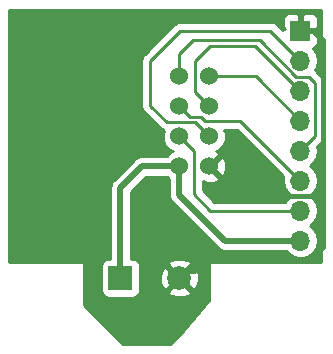
<source format=gtl>
G04 #@! TF.GenerationSoftware,KiCad,Pcbnew,(5.0.1-3-g963ef8bb5)*
G04 #@! TF.CreationDate,2018-11-22T11:29:30+08:00*
G04 #@! TF.ProjectId,nRF24-breakout,6E524632342D627265616B6F75742E6B,1.0*
G04 #@! TF.SameCoordinates,Original*
G04 #@! TF.FileFunction,Copper,L1,Top,Signal*
G04 #@! TF.FilePolarity,Positive*
%FSLAX46Y46*%
G04 Gerber Fmt 4.6, Leading zero omitted, Abs format (unit mm)*
G04 Created by KiCad (PCBNEW (5.0.1-3-g963ef8bb5)) date 2018 November 22, Thursday 11:29:30*
%MOMM*%
%LPD*%
G01*
G04 APERTURE LIST*
G04 #@! TA.AperFunction,ComponentPad*
%ADD10R,1.700000X1.700000*%
G04 #@! TD*
G04 #@! TA.AperFunction,ComponentPad*
%ADD11O,1.700000X1.700000*%
G04 #@! TD*
G04 #@! TA.AperFunction,ComponentPad*
%ADD12C,1.524000*%
G04 #@! TD*
G04 #@! TA.AperFunction,ComponentPad*
%ADD13R,2.000000X2.000000*%
G04 #@! TD*
G04 #@! TA.AperFunction,ComponentPad*
%ADD14C,2.000000*%
G04 #@! TD*
G04 #@! TA.AperFunction,Conductor*
%ADD15C,0.250000*%
G04 #@! TD*
G04 #@! TA.AperFunction,Conductor*
%ADD16C,0.508000*%
G04 #@! TD*
G04 #@! TA.AperFunction,Conductor*
%ADD17C,0.381000*%
G04 #@! TD*
G04 #@! TA.AperFunction,Conductor*
%ADD18C,0.254000*%
G04 #@! TD*
G04 APERTURE END LIST*
D10*
G04 #@! TO.P,J1,1*
G04 #@! TO.N,Net-(C1-Pad2)*
X170180000Y-88900000D03*
D11*
G04 #@! TO.P,J1,2*
G04 #@! TO.N,Net-(J1-Pad2)*
X170180000Y-91440000D03*
G04 #@! TO.P,J1,3*
G04 #@! TO.N,Net-(J1-Pad3)*
X170180000Y-93980000D03*
G04 #@! TO.P,J1,4*
G04 #@! TO.N,Net-(J1-Pad4)*
X170180000Y-96520000D03*
G04 #@! TO.P,J1,5*
G04 #@! TO.N,Net-(J1-Pad5)*
X170180000Y-99060000D03*
G04 #@! TO.P,J1,6*
G04 #@! TO.N,Net-(J1-Pad6)*
X170180000Y-101600000D03*
G04 #@! TO.P,J1,7*
G04 #@! TO.N,Net-(J1-Pad7)*
X170180000Y-104140000D03*
G04 #@! TO.P,J1,8*
G04 #@! TO.N,Net-(C1-Pad1)*
X170180000Y-106680000D03*
G04 #@! TD*
D12*
G04 #@! TO.P,U1,1*
G04 #@! TO.N,Net-(J1-Pad2)*
X162475001Y-97865001D03*
G04 #@! TO.P,U1,2*
G04 #@! TO.N,Net-(J1-Pad3)*
X162475001Y-95325001D03*
G04 #@! TO.P,U1,3*
G04 #@! TO.N,Net-(J1-Pad4)*
X162475001Y-92785001D03*
G04 #@! TO.P,U1,4*
G04 #@! TO.N,Net-(J1-Pad5)*
X159935001Y-92785001D03*
G04 #@! TO.P,U1,5*
G04 #@! TO.N,Net-(J1-Pad6)*
X159935001Y-95325001D03*
G04 #@! TO.P,U1,6*
G04 #@! TO.N,Net-(J1-Pad7)*
X159935001Y-97865001D03*
G04 #@! TO.P,U1,7*
G04 #@! TO.N,Net-(C1-Pad1)*
X159935001Y-100405001D03*
G04 #@! TO.P,U1,0*
G04 #@! TO.N,Net-(C1-Pad2)*
X162475001Y-100405001D03*
G04 #@! TD*
D13*
G04 #@! TO.P,C1,1*
G04 #@! TO.N,Net-(C1-Pad1)*
X154940000Y-109855000D03*
D14*
G04 #@! TO.P,C1,2*
G04 #@! TO.N,Net-(C1-Pad2)*
X159940000Y-109855000D03*
G04 #@! TD*
D15*
G04 #@! TO.N,Net-(J1-Pad2)*
X167640000Y-88900000D02*
X170180000Y-91440000D01*
X160020000Y-88900000D02*
X167640000Y-88900000D01*
X158910000Y-96680000D02*
X157480000Y-95250000D01*
X161290000Y-96680000D02*
X158910000Y-96680000D01*
X157480000Y-91440000D02*
X160020000Y-88900000D01*
X157480000Y-95250000D02*
X157480000Y-91440000D01*
X162475001Y-97865001D02*
X161290000Y-96680000D01*
G04 #@! TO.N,Net-(J1-Pad3)*
X162475001Y-95325001D02*
X161290000Y-94140000D01*
X161290000Y-94140000D02*
X161290000Y-91440000D01*
X161290000Y-91440000D02*
X162560000Y-90170000D01*
X162560000Y-90170000D02*
X166370000Y-90170000D01*
X166370000Y-90170000D02*
X170180000Y-93980000D01*
G04 #@! TO.N,Net-(J1-Pad4)*
X166445001Y-92785001D02*
X170180000Y-96520000D01*
X162475001Y-92785001D02*
X166445001Y-92785001D01*
G04 #@! TO.N,Net-(J1-Pad5)*
X159935001Y-92785001D02*
X159935001Y-90889999D01*
X169805997Y-92804999D02*
X170909999Y-92804999D01*
X166720989Y-89719991D02*
X169805997Y-92804999D01*
X161105009Y-89719991D02*
X166720989Y-89719991D01*
X159935001Y-90889999D02*
X161105009Y-89719991D01*
X170909999Y-92804999D02*
X171450000Y-93345000D01*
X171450000Y-97790000D02*
X170180000Y-99060000D01*
X171450000Y-93345000D02*
X171450000Y-97790000D01*
G04 #@! TO.N,Net-(J1-Pad6)*
X159935001Y-95325001D02*
X160839990Y-96229990D01*
X161771228Y-96229990D02*
X162061238Y-96520000D01*
X160839990Y-96229990D02*
X161771228Y-96229990D01*
X165100000Y-96520000D02*
X170180000Y-101600000D01*
X162061238Y-96520000D02*
X165100000Y-96520000D01*
G04 #@! TO.N,Net-(J1-Pad7)*
X159935001Y-97865001D02*
X161130000Y-99060000D01*
X161130000Y-99060000D02*
X161130000Y-102710000D01*
X162560000Y-104140000D02*
X170180000Y-104140000D01*
X161130000Y-102710000D02*
X162560000Y-104140000D01*
D16*
G04 #@! TO.N,Net-(C1-Pad1)*
X163830000Y-106680000D02*
X159935001Y-102785001D01*
X159935001Y-102785001D02*
X159935001Y-100405001D01*
X170180000Y-106680000D02*
X163830000Y-106680000D01*
X154940000Y-102235000D02*
X156769999Y-100405001D01*
X156769999Y-100405001D02*
X159935001Y-100405001D01*
X154940000Y-109855000D02*
X154940000Y-102235000D01*
D17*
G04 #@! TO.N,Net-(C1-Pad2)*
X171280000Y-88900000D02*
X170180000Y-88900000D01*
X164940000Y-102870000D02*
X171450000Y-102870000D01*
X172085000Y-102235000D02*
X172085000Y-89705000D01*
X171450000Y-102870000D02*
X172085000Y-102235000D01*
X172085000Y-89705000D02*
X171280000Y-88900000D01*
X162475001Y-100405001D02*
X164940000Y-102870000D01*
X162169999Y-108220001D02*
X171085001Y-108220001D01*
X161170000Y-109220000D02*
X162169999Y-108220001D01*
X172085000Y-107220002D02*
X172085000Y-102235000D01*
X171085001Y-108220001D02*
X172085000Y-107220002D01*
D15*
X160575000Y-109220000D02*
X159940000Y-109855000D01*
D17*
X161170000Y-109220000D02*
X160575000Y-109220000D01*
G04 #@! TD*
D18*
G04 #@! TO.N,Net-(C1-Pad2)*
G36*
X171958000Y-92770391D02*
X171934473Y-92754671D01*
X171500330Y-92320529D01*
X171457928Y-92257070D01*
X171431738Y-92239570D01*
X171578839Y-92019418D01*
X171694092Y-91440000D01*
X171578839Y-90860582D01*
X171250625Y-90369375D01*
X171228967Y-90354904D01*
X171389698Y-90288327D01*
X171568327Y-90109699D01*
X171665000Y-89876310D01*
X171665000Y-89185750D01*
X171506250Y-89027000D01*
X170307000Y-89027000D01*
X170307000Y-89047000D01*
X170053000Y-89047000D01*
X170053000Y-89027000D01*
X170033000Y-89027000D01*
X170033000Y-88773000D01*
X170053000Y-88773000D01*
X170053000Y-87573750D01*
X170307000Y-87573750D01*
X170307000Y-88773000D01*
X171506250Y-88773000D01*
X171665000Y-88614250D01*
X171665000Y-87923690D01*
X171568327Y-87690301D01*
X171389698Y-87511673D01*
X171156309Y-87415000D01*
X170465750Y-87415000D01*
X170307000Y-87573750D01*
X170053000Y-87573750D01*
X169894250Y-87415000D01*
X169203691Y-87415000D01*
X168970302Y-87511673D01*
X168791673Y-87690301D01*
X168695000Y-87923690D01*
X168695000Y-88614250D01*
X168853748Y-88772998D01*
X168695000Y-88772998D01*
X168695000Y-88880198D01*
X168230331Y-88415530D01*
X168187929Y-88352071D01*
X167936537Y-88184096D01*
X167714852Y-88140000D01*
X167714847Y-88140000D01*
X167640000Y-88125112D01*
X167565153Y-88140000D01*
X160094846Y-88140000D01*
X160019999Y-88125112D01*
X159945152Y-88140000D01*
X159945148Y-88140000D01*
X159723463Y-88184096D01*
X159723461Y-88184097D01*
X159723462Y-88184097D01*
X159535526Y-88309671D01*
X159535524Y-88309673D01*
X159472071Y-88352071D01*
X159429673Y-88415524D01*
X156995528Y-90849671D01*
X156932072Y-90892071D01*
X156889673Y-90955526D01*
X156889671Y-90955528D01*
X156764097Y-91143463D01*
X156705112Y-91440000D01*
X156720001Y-91514852D01*
X156720000Y-95175153D01*
X156705112Y-95250000D01*
X156720000Y-95324847D01*
X156720000Y-95324851D01*
X156764096Y-95546536D01*
X156932071Y-95797929D01*
X156995530Y-95840331D01*
X158319673Y-97164476D01*
X158362071Y-97227929D01*
X158425524Y-97270327D01*
X158425526Y-97270329D01*
X158550902Y-97354102D01*
X158613463Y-97395904D01*
X158616920Y-97396592D01*
X158538001Y-97587120D01*
X158538001Y-98142882D01*
X158750681Y-98656338D01*
X159143664Y-99049321D01*
X159350514Y-99135001D01*
X159143664Y-99220681D01*
X158848344Y-99516001D01*
X156857549Y-99516001D01*
X156769998Y-99498586D01*
X156682447Y-99516001D01*
X156682443Y-99516001D01*
X156423129Y-99567582D01*
X156129066Y-99764068D01*
X156079470Y-99838294D01*
X154373294Y-101544471D01*
X154299068Y-101594067D01*
X154249472Y-101668293D01*
X154249471Y-101668294D01*
X154102582Y-101888130D01*
X154033584Y-102235000D01*
X154051001Y-102322559D01*
X154051000Y-108207560D01*
X153940000Y-108207560D01*
X153692235Y-108256843D01*
X153482191Y-108397191D01*
X153341843Y-108607235D01*
X153292560Y-108855000D01*
X153292560Y-110855000D01*
X153341843Y-111102765D01*
X153482191Y-111312809D01*
X153692235Y-111453157D01*
X153940000Y-111502440D01*
X155940000Y-111502440D01*
X156187765Y-111453157D01*
X156397809Y-111312809D01*
X156538157Y-111102765D01*
X156557099Y-111007532D01*
X158967073Y-111007532D01*
X159065736Y-111274387D01*
X159675461Y-111500908D01*
X160325460Y-111476856D01*
X160814264Y-111274387D01*
X160912927Y-111007532D01*
X159940000Y-110034605D01*
X158967073Y-111007532D01*
X156557099Y-111007532D01*
X156587440Y-110855000D01*
X156587440Y-109590461D01*
X158294092Y-109590461D01*
X158318144Y-110240460D01*
X158520613Y-110729264D01*
X158787468Y-110827927D01*
X159760395Y-109855000D01*
X160119605Y-109855000D01*
X161092532Y-110827927D01*
X161359387Y-110729264D01*
X161585908Y-110119539D01*
X161561856Y-109469540D01*
X161359387Y-108980736D01*
X161092532Y-108882073D01*
X160119605Y-109855000D01*
X159760395Y-109855000D01*
X158787468Y-108882073D01*
X158520613Y-108980736D01*
X158294092Y-109590461D01*
X156587440Y-109590461D01*
X156587440Y-108855000D01*
X156557100Y-108702468D01*
X158967073Y-108702468D01*
X159940000Y-109675395D01*
X160912927Y-108702468D01*
X160814264Y-108435613D01*
X160204539Y-108209092D01*
X159554540Y-108233144D01*
X159065736Y-108435613D01*
X158967073Y-108702468D01*
X156557100Y-108702468D01*
X156538157Y-108607235D01*
X156397809Y-108397191D01*
X156187765Y-108256843D01*
X155940000Y-108207560D01*
X155829000Y-108207560D01*
X155829000Y-102603235D01*
X157138235Y-101294001D01*
X158848344Y-101294001D01*
X159046002Y-101491659D01*
X159046001Y-102697446D01*
X159028585Y-102785001D01*
X159046001Y-102872556D01*
X159097582Y-103131870D01*
X159294068Y-103425934D01*
X159368297Y-103475532D01*
X163139471Y-107246707D01*
X163189067Y-107320933D01*
X163483130Y-107517419D01*
X163742444Y-107569000D01*
X163742448Y-107569000D01*
X163829999Y-107586415D01*
X163917550Y-107569000D01*
X168988017Y-107569000D01*
X169109375Y-107750625D01*
X169600582Y-108078839D01*
X170033744Y-108165000D01*
X170326256Y-108165000D01*
X170759418Y-108078839D01*
X171250625Y-107750625D01*
X171578839Y-107259418D01*
X171694092Y-106680000D01*
X171578839Y-106100582D01*
X171250625Y-105609375D01*
X170952239Y-105410000D01*
X171250625Y-105210625D01*
X171578839Y-104719418D01*
X171694092Y-104140000D01*
X171578839Y-103560582D01*
X171250625Y-103069375D01*
X170952239Y-102870000D01*
X171250625Y-102670625D01*
X171578839Y-102179418D01*
X171694092Y-101600000D01*
X171578839Y-101020582D01*
X171250625Y-100529375D01*
X170952239Y-100330000D01*
X171250625Y-100130625D01*
X171578839Y-99639418D01*
X171694092Y-99060000D01*
X171621209Y-98693592D01*
X171934473Y-98380329D01*
X171958000Y-98364609D01*
X171958000Y-108458000D01*
X162560000Y-108458000D01*
X162511399Y-108467667D01*
X162470197Y-108495197D01*
X162442667Y-108536399D01*
X162433000Y-108585000D01*
X162433000Y-111714020D01*
X160238555Y-114347355D01*
X159142910Y-115443000D01*
X155182091Y-115443000D01*
X154221492Y-114482402D01*
X154221490Y-114482399D01*
X151892000Y-112152910D01*
X151892000Y-108585000D01*
X151882333Y-108536399D01*
X151854803Y-108495197D01*
X151813601Y-108467667D01*
X151765000Y-108458000D01*
X145542000Y-108458000D01*
X145542000Y-87122000D01*
X171958000Y-87122000D01*
X171958000Y-92770391D01*
X171958000Y-92770391D01*
G37*
X171958000Y-92770391D02*
X171934473Y-92754671D01*
X171500330Y-92320529D01*
X171457928Y-92257070D01*
X171431738Y-92239570D01*
X171578839Y-92019418D01*
X171694092Y-91440000D01*
X171578839Y-90860582D01*
X171250625Y-90369375D01*
X171228967Y-90354904D01*
X171389698Y-90288327D01*
X171568327Y-90109699D01*
X171665000Y-89876310D01*
X171665000Y-89185750D01*
X171506250Y-89027000D01*
X170307000Y-89027000D01*
X170307000Y-89047000D01*
X170053000Y-89047000D01*
X170053000Y-89027000D01*
X170033000Y-89027000D01*
X170033000Y-88773000D01*
X170053000Y-88773000D01*
X170053000Y-87573750D01*
X170307000Y-87573750D01*
X170307000Y-88773000D01*
X171506250Y-88773000D01*
X171665000Y-88614250D01*
X171665000Y-87923690D01*
X171568327Y-87690301D01*
X171389698Y-87511673D01*
X171156309Y-87415000D01*
X170465750Y-87415000D01*
X170307000Y-87573750D01*
X170053000Y-87573750D01*
X169894250Y-87415000D01*
X169203691Y-87415000D01*
X168970302Y-87511673D01*
X168791673Y-87690301D01*
X168695000Y-87923690D01*
X168695000Y-88614250D01*
X168853748Y-88772998D01*
X168695000Y-88772998D01*
X168695000Y-88880198D01*
X168230331Y-88415530D01*
X168187929Y-88352071D01*
X167936537Y-88184096D01*
X167714852Y-88140000D01*
X167714847Y-88140000D01*
X167640000Y-88125112D01*
X167565153Y-88140000D01*
X160094846Y-88140000D01*
X160019999Y-88125112D01*
X159945152Y-88140000D01*
X159945148Y-88140000D01*
X159723463Y-88184096D01*
X159723461Y-88184097D01*
X159723462Y-88184097D01*
X159535526Y-88309671D01*
X159535524Y-88309673D01*
X159472071Y-88352071D01*
X159429673Y-88415524D01*
X156995528Y-90849671D01*
X156932072Y-90892071D01*
X156889673Y-90955526D01*
X156889671Y-90955528D01*
X156764097Y-91143463D01*
X156705112Y-91440000D01*
X156720001Y-91514852D01*
X156720000Y-95175153D01*
X156705112Y-95250000D01*
X156720000Y-95324847D01*
X156720000Y-95324851D01*
X156764096Y-95546536D01*
X156932071Y-95797929D01*
X156995530Y-95840331D01*
X158319673Y-97164476D01*
X158362071Y-97227929D01*
X158425524Y-97270327D01*
X158425526Y-97270329D01*
X158550902Y-97354102D01*
X158613463Y-97395904D01*
X158616920Y-97396592D01*
X158538001Y-97587120D01*
X158538001Y-98142882D01*
X158750681Y-98656338D01*
X159143664Y-99049321D01*
X159350514Y-99135001D01*
X159143664Y-99220681D01*
X158848344Y-99516001D01*
X156857549Y-99516001D01*
X156769998Y-99498586D01*
X156682447Y-99516001D01*
X156682443Y-99516001D01*
X156423129Y-99567582D01*
X156129066Y-99764068D01*
X156079470Y-99838294D01*
X154373294Y-101544471D01*
X154299068Y-101594067D01*
X154249472Y-101668293D01*
X154249471Y-101668294D01*
X154102582Y-101888130D01*
X154033584Y-102235000D01*
X154051001Y-102322559D01*
X154051000Y-108207560D01*
X153940000Y-108207560D01*
X153692235Y-108256843D01*
X153482191Y-108397191D01*
X153341843Y-108607235D01*
X153292560Y-108855000D01*
X153292560Y-110855000D01*
X153341843Y-111102765D01*
X153482191Y-111312809D01*
X153692235Y-111453157D01*
X153940000Y-111502440D01*
X155940000Y-111502440D01*
X156187765Y-111453157D01*
X156397809Y-111312809D01*
X156538157Y-111102765D01*
X156557099Y-111007532D01*
X158967073Y-111007532D01*
X159065736Y-111274387D01*
X159675461Y-111500908D01*
X160325460Y-111476856D01*
X160814264Y-111274387D01*
X160912927Y-111007532D01*
X159940000Y-110034605D01*
X158967073Y-111007532D01*
X156557099Y-111007532D01*
X156587440Y-110855000D01*
X156587440Y-109590461D01*
X158294092Y-109590461D01*
X158318144Y-110240460D01*
X158520613Y-110729264D01*
X158787468Y-110827927D01*
X159760395Y-109855000D01*
X160119605Y-109855000D01*
X161092532Y-110827927D01*
X161359387Y-110729264D01*
X161585908Y-110119539D01*
X161561856Y-109469540D01*
X161359387Y-108980736D01*
X161092532Y-108882073D01*
X160119605Y-109855000D01*
X159760395Y-109855000D01*
X158787468Y-108882073D01*
X158520613Y-108980736D01*
X158294092Y-109590461D01*
X156587440Y-109590461D01*
X156587440Y-108855000D01*
X156557100Y-108702468D01*
X158967073Y-108702468D01*
X159940000Y-109675395D01*
X160912927Y-108702468D01*
X160814264Y-108435613D01*
X160204539Y-108209092D01*
X159554540Y-108233144D01*
X159065736Y-108435613D01*
X158967073Y-108702468D01*
X156557100Y-108702468D01*
X156538157Y-108607235D01*
X156397809Y-108397191D01*
X156187765Y-108256843D01*
X155940000Y-108207560D01*
X155829000Y-108207560D01*
X155829000Y-102603235D01*
X157138235Y-101294001D01*
X158848344Y-101294001D01*
X159046002Y-101491659D01*
X159046001Y-102697446D01*
X159028585Y-102785001D01*
X159046001Y-102872556D01*
X159097582Y-103131870D01*
X159294068Y-103425934D01*
X159368297Y-103475532D01*
X163139471Y-107246707D01*
X163189067Y-107320933D01*
X163483130Y-107517419D01*
X163742444Y-107569000D01*
X163742448Y-107569000D01*
X163829999Y-107586415D01*
X163917550Y-107569000D01*
X168988017Y-107569000D01*
X169109375Y-107750625D01*
X169600582Y-108078839D01*
X170033744Y-108165000D01*
X170326256Y-108165000D01*
X170759418Y-108078839D01*
X171250625Y-107750625D01*
X171578839Y-107259418D01*
X171694092Y-106680000D01*
X171578839Y-106100582D01*
X171250625Y-105609375D01*
X170952239Y-105410000D01*
X171250625Y-105210625D01*
X171578839Y-104719418D01*
X171694092Y-104140000D01*
X171578839Y-103560582D01*
X171250625Y-103069375D01*
X170952239Y-102870000D01*
X171250625Y-102670625D01*
X171578839Y-102179418D01*
X171694092Y-101600000D01*
X171578839Y-101020582D01*
X171250625Y-100529375D01*
X170952239Y-100330000D01*
X171250625Y-100130625D01*
X171578839Y-99639418D01*
X171694092Y-99060000D01*
X171621209Y-98693592D01*
X171934473Y-98380329D01*
X171958000Y-98364609D01*
X171958000Y-108458000D01*
X162560000Y-108458000D01*
X162511399Y-108467667D01*
X162470197Y-108495197D01*
X162442667Y-108536399D01*
X162433000Y-108585000D01*
X162433000Y-111714020D01*
X160238555Y-114347355D01*
X159142910Y-115443000D01*
X155182091Y-115443000D01*
X154221492Y-114482402D01*
X154221490Y-114482399D01*
X151892000Y-112152910D01*
X151892000Y-108585000D01*
X151882333Y-108536399D01*
X151854803Y-108495197D01*
X151813601Y-108467667D01*
X151765000Y-108458000D01*
X145542000Y-108458000D01*
X145542000Y-87122000D01*
X171958000Y-87122000D01*
X171958000Y-92770391D01*
G36*
X168738791Y-101233593D02*
X168665908Y-101600000D01*
X168781161Y-102179418D01*
X169109375Y-102670625D01*
X169407761Y-102870000D01*
X169109375Y-103069375D01*
X168901822Y-103380000D01*
X162874803Y-103380000D01*
X161890000Y-102395199D01*
X161890000Y-101679536D01*
X162267303Y-101814145D01*
X162822369Y-101786363D01*
X163206144Y-101627398D01*
X163275609Y-101385214D01*
X162475001Y-100584606D01*
X162460859Y-100598749D01*
X162281254Y-100419144D01*
X162295396Y-100405001D01*
X162654606Y-100405001D01*
X163455214Y-101205609D01*
X163697398Y-101136144D01*
X163884145Y-100612699D01*
X163856363Y-100057633D01*
X163697398Y-99673858D01*
X163455214Y-99604393D01*
X162654606Y-100405001D01*
X162295396Y-100405001D01*
X162281254Y-100390859D01*
X162460859Y-100211254D01*
X162475001Y-100225396D01*
X163275609Y-99424788D01*
X163206144Y-99182604D01*
X163065608Y-99132466D01*
X163266338Y-99049321D01*
X163659321Y-98656338D01*
X163872001Y-98142882D01*
X163872001Y-97587120D01*
X163744788Y-97280000D01*
X164785199Y-97280000D01*
X168738791Y-101233593D01*
X168738791Y-101233593D01*
G37*
X168738791Y-101233593D02*
X168665908Y-101600000D01*
X168781161Y-102179418D01*
X169109375Y-102670625D01*
X169407761Y-102870000D01*
X169109375Y-103069375D01*
X168901822Y-103380000D01*
X162874803Y-103380000D01*
X161890000Y-102395199D01*
X161890000Y-101679536D01*
X162267303Y-101814145D01*
X162822369Y-101786363D01*
X163206144Y-101627398D01*
X163275609Y-101385214D01*
X162475001Y-100584606D01*
X162460859Y-100598749D01*
X162281254Y-100419144D01*
X162295396Y-100405001D01*
X162654606Y-100405001D01*
X163455214Y-101205609D01*
X163697398Y-101136144D01*
X163884145Y-100612699D01*
X163856363Y-100057633D01*
X163697398Y-99673858D01*
X163455214Y-99604393D01*
X162654606Y-100405001D01*
X162295396Y-100405001D01*
X162281254Y-100390859D01*
X162460859Y-100211254D01*
X162475001Y-100225396D01*
X163275609Y-99424788D01*
X163206144Y-99182604D01*
X163065608Y-99132466D01*
X163266338Y-99049321D01*
X163659321Y-98656338D01*
X163872001Y-98142882D01*
X163872001Y-97587120D01*
X163744788Y-97280000D01*
X164785199Y-97280000D01*
X168738791Y-101233593D01*
G04 #@! TD*
M02*

</source>
